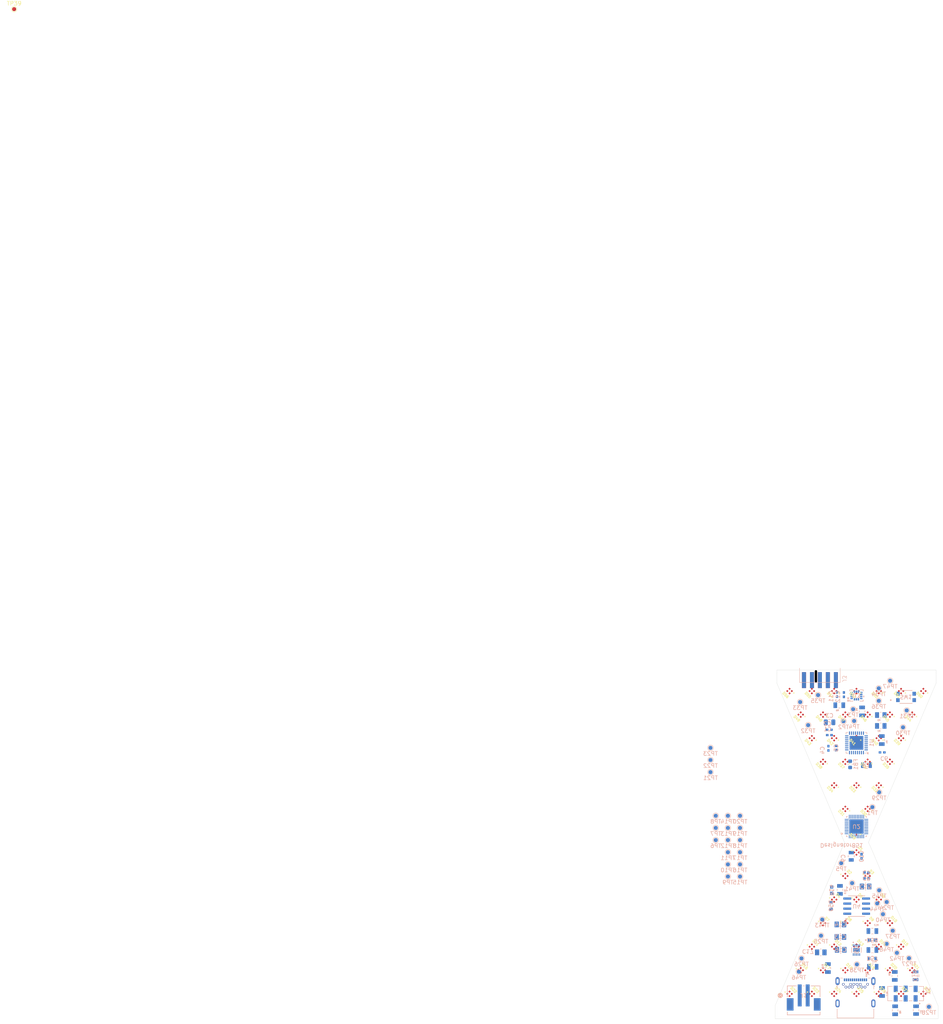
<source format=kicad_pcb>
(kicad_pcb (version 20241229) (generator "pcbnew") (generator_version "9.0")
  (title_block (title "Hourglass") (date "2025-04-09") (rev "01"))
  (layers (0 "F.Cu" signal) (2 "B.Cu" signal) (13 "F.Paste" user) (15 "B.Paste" user) (5 "F.SilkS" user "F.Silkscreen") (7 "B.SilkS" user "B.Silkscreen") (1 "F.Mask" user) (3 "B.Mask" user) (25 "Edge.Cuts" user))
  (net 0 "")
  (net 1 "GND")
  (net 2 "+3V3")
  (net 3 "VDDA")
  (net 4 "/MCU/NRST")
  (net 5 "Net-(U2-VCAP)")
  (net 6 "Net-(U4-*SHDN)")
  (net 7 "VCC")
  (net 8 "Net-(U5-BAT)")
  (net 9 "/LED Driver +  LEDs/CS0")
  (net 10 "/LED Driver +  LEDs/CS2")
  (net 11 "/LED Driver +  LEDs/SW0")
  (net 12 "/LED Driver +  LEDs/CS1")
  (net 13 "/LED Driver +  LEDs/CS5")
  (net 14 "/LED Driver +  LEDs/CS4")
  (net 15 "/LED Driver +  LEDs/CS3")
  (net 16 "/LED Driver +  LEDs/CS8")
  (net 17 "/LED Driver +  LEDs/CS7")
  (net 18 "/LED Driver +  LEDs/CS6")
  (net 19 "/LED Driver +  LEDs/CS11")
  (net 20 "/LED Driver +  LEDs/CS10")
  (net 21 "/LED Driver +  LEDs/CS9")
  (net 22 "/LED Driver +  LEDs/CS14")
  (net 23 "/LED Driver +  LEDs/CS12")
  (net 24 "/LED Driver +  LEDs/CS13")
  (net 25 "/LED Driver +  LEDs/CS15")
  (net 26 "/LED Driver +  LEDs/CS16")
  (net 27 "/LED Driver +  LEDs/CS17")
  (net 28 "/LED Driver +  LEDs/SW1")
  (net 29 "/LED Driver +  LEDs/SW2")
  (net 30 "/LED Driver +  LEDs/SW3")
  (net 31 "/LED Driver +  LEDs/SW4")
  (net 32 "/LED Driver +  LEDs/SW5")
  (net 33 "/LED Driver +  LEDs/SW6")
  (net 34 "/LED Driver +  LEDs/SW7")
  (net 35 "/LED Driver +  LEDs/SW8")
  (net 36 "/LED Driver +  LEDs/SW9")
  (net 37 "Net-(U5-STAT1)")
  (net 38 "Net-(D57-Pad2)")
  (net 39 "Net-(D58-Pad2)")
  (net 40 "Net-(U5-STAT2)")
  (net 41 "Net-(D59-Pad1)")
  (net 50 "Net-(J2-CC2)")
  (net 53 "Net-(J2-CC1)")
  (net 59 "/MCU/TX")
  (net 61 "/MCU/SWDIO")
  (net 63 "/MCU/RX")
  (net 64 "/MCU/SWCLK")
  (net 65 "/MCU/BOOT")
  (net 66 "/LED Driver +  LEDs/I2C.SDA")
  (net 67 "/LED Driver +  LEDs/I2C.SCL")
  (net 68 "Net-(U3-CS)")
  (net 69 "Net-(U3-SDO{slash}SA0)")
  (net 70 "Net-(R7-Pad2)")
  (net 71 "Net-(R8-Pad2)")
  (net 72 "Net-(R9-Pad2)")
  (net 73 "Net-(U4-PWRGD)")
  (net 74 "Net-(U5-TS{slash}MR)")
  (net 75 "/Power/ISET")
  (net 76 "/Power/ILIM{slash}VSET")
  (net 77 "/LED Driver +  LEDs/VSYNC")
  (net 78 "/LSM6DSOX 6-Axis IMU/LSM6DSOX_INT2")
  (net 79 "/LSM6DSOX 6-Axis IMU/LSM6DSOX_INT1")
  (net 85 "/LED Driver +  LEDs/VIO_EN")
  (net 100 "Net-(R10-Pad2)")
  (footprint "Hourglass_footprint_library:150044M155220" (layer "F.Cu") (at 214 167.915 135)
    (property "Reference" "D44")
    (property "Value" "150044M155220")
  )
  (footprint "Hourglass_footprint_library:150044M155220" (layer "F.Cu") (at 200 197.49 135)
    (property "Reference" "D29")
    (property "Value" "150044M155220")
  )
  (footprint "Hourglass_footprint_library:150044M155220" (layer "F.Cu") (at 202.8 208.425 -45)
    (property "Reference" "D3")
    (property "Value" "150044M155220")
  )
  (footprint "Hourglass_footprint_library:150044M155220" (layer "F.Cu") (at 200 162 135)
    (property "Reference" "D53")
    (property "Value" "150044M155220")
  )
  (footprint "Hourglass_footprint_library:150044M155220" (layer "F.Cu") (at 188.8 162 135)
    (property "Reference" "D55")
    (property "Value" "150044M155220")
  )
  (footprint "Hourglass_footprint_library:150044M155220" (layer "F.Cu") (at 205.6 185.66 135)
    (property "Reference" "D32")
    (property "Value" "150044M155220")
  )
  (footprint "Hourglass_footprint_library:150044M155220" (layer "F.Cu") (at 205.6 226.17 -45)
    (property "Reference" "D14")
    (property "Value" "150044M155220")
  )
  (footprint "Hourglass_footprint_library:150044M155220" (layer "F.Cu") (at 183.2 162 135)
    (property "Reference" "D56")
    (property "Value" "150044M155220")
  )
  (footprint "Hourglass_footprint_library:150044M155220" (layer "F.Cu") (at 211.2 173.83 135)
    (property "Reference" "D39")
    (property "Value" "150044M155220")
  )
  (footprint "Hourglass_footprint_library:150044M155220" (layer "F.Cu") (at 205.6 238 -45)
    (property "Reference" "D26")
    (property "Value" "150044M155220")
  )
  (footprint "Hourglass_footprint_library:150044M155220" (layer "F.Cu") (at 194.4 238 -45)
    (property "Reference" "D24")
    (property "Value" "150044M155220")
  )
  (footprint "Hourglass_footprint_library:150044M155220" (layer "F.Cu") (at 211.2 162 135)
    (property "Reference" "D51")
    (property "Value" "150044M155220")
  )
  (footprint "Hourglass_footprint_library:150044M155220" (layer "F.Cu") (at 194.4 173.83 135)
    (property "Reference" "D42")
    (property "Value" "150044M155220")
  )
  (footprint "Hourglass_footprint_library:150044M155220" (layer "F.Cu") (at 186 167.915 135)
    (property "Reference" "D49")
    (property "Value" "150044M155220")
  )
  (footprint "Hourglass_footprint_library:150044M155220" (layer "F.Cu") (at 191.6 179.745 135)
    (property "Reference" "D38")
    (property "Value" "150044M155220")
  )
  (footprint "Hourglass_footprint_library:150044M155220" (layer "F.Cu") (at 191.6 167.915 135)
    (property "Reference" "D48")
    (property "Value" "150044M155220")
  )
  (footprint "Hourglass_footprint_library:150044M155220" (layer "F.Cu") (at 202.8 191.575 135)
    (property "Reference" "D30")
    (property "Value" "150044M155220")
  )
  (footprint "Hourglass_footprint_library:150044M155220" (layer "F.Cu") (at 211.2 226.17 -45)
    (property "Reference" "D15")
    (property "Value" "150044M155220")
  )
  (footprint "Hourglass_footprint_library:150044M155220" (layer "F.Cu") (at 200 202.51 -45)
    (property "Reference" "D1")
    (property "Value" "150044M155220")
  )
  (footprint "Hourglass_footprint_library:150044M155220" (layer "F.Cu") (at 200 214.34 -45)
    (property "Reference" "D5")
    (property "Value" "150044M155220")
  )
  (footprint "Hourglass_footprint_library:150044M155220" (layer "F.Cu") (at 188.8 238 -45)
    (property "Reference" "D23")
    (property "Value" "150044M155220")
  )
  (footprint "Hourglass_footprint_library:150044M155220" (layer "F.Cu") (at 194.4 214.34 -45)
    (property "Reference" "D4")
    (property "Value" "150044M155220")
  )
  (footprint "Hourglass_footprint_library:150044M155220" (layer "F.Cu") (at 191.6 220.255 -45)
    (property "Reference" "D7")
    (property "Value" "150044M155220")
  )
  (footprint "Hourglass_footprint_library:150044M155220" (layer "F.Cu") (at 197.2 208.425 -45)
    (property "Reference" "D2")
    (property "Value" "150044M155220")
  )
  (footprint "Hourglass_footprint_library:150044M155220" (layer "F.Cu") (at 216.8 238 -45)
    (property "Reference" "D28")
    (property "Value" "150044M155220")
  )
  (footprint "Hourglass_footprint_library:150044M155220" (layer "F.Cu") (at 188.8 226.17 -45)
    (property "Reference" "D11")
    (property "Value" "150044M155220")
  )
  (footprint "Hourglass_footprint_library:150044M155220" (layer "F.Cu") (at 200 226.17 -45)
    (property "Reference" "D13")
    (property "Value" "150044M155220")
  )
  (footprint "Hourglass_footprint_library:150044M155220" (layer "F.Cu") (at 197.2 191.575 135)
    (property "Reference" "D31")
    (property "Value" "150044M155220")
  )
  (footprint "Hourglass_footprint_library:150044M155220" (layer "F.Cu") (at 202.8 167.915 135)
    (property "Reference" "D46")
    (property "Value" "150044M155220")
  )
  (footprint "Hourglass_footprint_library:150044M155220" (layer "F.Cu") (at 214 232.085 -45)
    (property "Reference" "D21")
    (property "Value" "150044M155220")
  )
  (footprint "Hourglass_footprint_library:150044M155220" (layer "F.Cu") (at 194.4 226.17 -45)
    (property "Reference" "D12")
    (property "Value" "150044M155220")
  )
  (footprint "Hourglass_footprint_library:150044M155220" (layer "F.Cu") (at 205.6 214.34 -45)
    (property "Reference" "D6")
    (property "Value" "150044M155220")
  )
  (footprint "Hourglass_footprint_library:150044M155220" (layer "F.Cu") (at 208.4 220.255 -45)
    (property "Reference" "D10")
    (property "Value" "150044M155220")
  )
  (footprint "Hourglass_footprint_library:150044M155220" (layer "F.Cu") (at 208.4 232.085 -45)
    (property "Reference" "D20")
    (property "Value" "150044M155220")
  )
  (footprint "Hourglass_footprint_library:150044M155220" (layer "F.Cu") (at 197.2 232.085 -45)
    (property "Reference" "D18")
    (property "Value" "150044M155220")
  )
  (footprint "Hourglass_footprint_library:150044M155220" (layer "F.Cu") (at 183.2 238 -45)
    (property "Reference" "D22")
    (property "Value" "150044M155220")
  )
  (footprint "Hourglass_footprint_library:150044M155220" (layer "F.Cu") (at 200 238 -45)
    (property "Reference" "D25")
    (property "Value" "150044M155220")
  )
  (footprint "Hourglass_footprint_library:150044M155220" (layer "F.Cu") (at 186 232.085 -45)
    (property "Reference" "D16")
    (property "Value" "150044M155220")
  )
  (footprint "Hourglass_footprint_library:150044M155220" (layer "F.Cu") (at 200 185.66 135)
    (property "Reference" "D33")
    (property "Value" "150044M155220")
  )
  (footprint "Hourglass_footprint_library:150044M155220" (layer "F.Cu") (at 205.6 173.83 135)
    (property "Reference" "D40")
    (property "Value" "150044M155220")
  )
  (footprint "Hourglass_footprint_library:150044M155220" (layer "F.Cu") (at 216.8 162 135)
    (property "Reference" "D50")
    (property "Value" "150044M155220")
  )
  (footprint "Hourglass_footprint_library:150044M155220" (layer "F.Cu") (at 208.4 167.915 135)
    (property "Reference" "D45")
    (property "Value" "150044M155220")
  )
  (footprint "Hourglass_footprint_library:150044M155220" (layer "F.Cu") (at 197.2 167.915 135)
    (property "Reference" "D47")
    (property "Value" "150044M155220")
  )
  (footprint "Hourglass_footprint_library:150044M155220" (layer "F.Cu") (at 188.8 173.83 135)
    (property "Reference" "D43")
    (property "Value" "150044M155220")
  )
  (footprint "Hourglass_footprint_library:150044M155220" (layer "F.Cu") (at 202.8 232.085 -45)
    (property "Reference" "D19")
    (property "Value" "150044M155220")
  )
  (footprint "Hourglass_footprint_library:150044M155220" (layer "F.Cu") (at 200 173.83 135)
    (property "Reference" "D41")
    (property "Value" "150044M155220")
  )
  (footprint "Hourglass_footprint_library:150044M155220" (layer "F.Cu") (at 194.4 185.66 135)
    (property "Reference" "D34")
    (property "Value" "150044M155220")
  )
  (footprint "Hourglass_footprint_library:150044M155220" (layer "F.Cu") (at 191.6 232.085 -45)
    (property "Reference" "D17")
    (property "Value" "150044M155220")
  )
  (footprint "Hourglass_footprint_library:150044M155220" (layer "F.Cu") (at 211.2 238 -45)
    (property "Reference" "D27")
    (property "Value" "150044M155220")
  )
  (footprint "Hourglass_footprint_library:150044M155220" (layer "F.Cu") (at 197.2 220.255 -45)
    (property "Reference" "D8")
    (property "Value" "150044M155220")
  )
  (footprint "Hourglass_footprint_library:150044M155220" (layer "F.Cu") (at 202.8 220.255 -45)
    (property "Reference" "D9")
    (property "Value" "150044M155220")
  )
  (footprint "Hourglass_footprint_library:150044M155220" (layer "F.Cu") (at 194.4 162 135)
    (property "Reference" "D54")
    (property "Value" "150044M155220")
  )
  (footprint "Hourglass_footprint_library:150044M155220" (layer "F.Cu") (at 202.8 179.745 135)
    (property "Reference" "D36")
    (property "Value" "150044M155220")
  )
  (footprint "TestPoint:TestPoint_Pad_D1.0mm" (layer "F.Cu") (at -11.52 -9.168532)
    (property "Reference" "TP39")
    (property "Value" "TestPoint")
  )
  (footprint "Hourglass_footprint_library:150044M155220" (layer "F.Cu") (at 197.2 179.745 135)
    (property "Reference" "D37")
    (property "Value" "150044M155220")
  )
  (footprint "Hourglass_footprint_library:150044M155220" (layer "F.Cu") (at 208.4 179.745 135)
    (property "Reference" "D35")
    (property "Value" "150044M155220")
  )
  (footprint "Hourglass_footprint_library:150044M155220" (layer "F.Cu") (at 205.6 162 135)
    (property "Reference" "D52")
    (property "Value" "150044M155220")
  )
  (footprint "Hourglass_footprint_library:CAP_GRM155Z_MUR" (layer "B.Cu") (at 202.5219 207.536468)
    (property "Reference" "C7")
    (property "Value" "GRM155Z71A105KE01D")
  )
  (footprint "TestPoint:TestPoint_Pad_D1.0mm" (layer "B.Cu") (at 205.205 215.306468)
    (property "Reference" "TP44")
    (property "Value" "TestPoint")
  )
  (footprint "TestPoint:TestPoint_Pad_D1.0mm" (layer "B.Cu") (at 210.155 227.712936)
    (property "Reference" "TP42")
    (property "Value" "TestPoint")
  )
  (footprint "Hourglass_footprint_library:RC0805FR-075K1L" (layer "B.Cu") (at 206.420232 237.5351 90)
    (property "Reference" "R17")
    (property "Value" "RC0805FR-075K1L")
  )
  (footprint "Hourglass_footprint_library:CAP_GRM155Z_MUR" (layer "B.Cu") (at 202.5219 209.016468)
    (property "Reference" "C8")
    (property "Value" "GRM155Z71A105KE01D")
  )
  (footprint "TestPoint:TestPoint_Pad_D1.0mm" (layer "B.Cu") (at 205.705 212.006468)
    (property "Reference" "TP45")
    (property "Value" "TestPoint")
  )
  (footprint "TestPoint:TestPoint_Pad_D1.0mm" (layer "B.Cu") (at 206.655 218.006468)
    (property "Reference" "TP40")
    (property "Value" "TestPoint")
  )
  (footprint "Package_DFN_QFN:QFN-32-1EP_5x5mm_P0.5mm_EP3.45x3.45mm" (layer "B.Cu") (at 200 175 90)
    (property "Reference" "U1")
    (property "Value" "STM32L432KCUx")
  )
  (footprint "Hourglass_footprint_library:CRGCQ0805F4K7" (layer "B.Cu") (at 206.105 170.746468)
    (property "Reference" "R2")
    (property "Value" "CRGCQ0805F4K7")
  )
  (footprint "Hourglass_footprint_library:LED_LTST-C193KGKT-5A_LTO" (layer "B.Cu") (at 193.628332 215.9059 -90)
    (property "Reference" "D59")
    (property "Value" "LTST-C193KGKT-5A")
  )
  (footprint "TestPoint:TestPoint_Pad_D1.0mm" (layer "B.Cu") (at 191.405 219.356468)
    (property "Reference" "TP43")
    (property "Value" "TestPoint")
  )
  (footprint "Hourglass_footprint_library:CAP_GRM155Z_MUR" (layer "B.Cu") (at 194.9019 176.266468 -90)
    (property "Reference" "C5")
    (property "Value" "GRM155Z71A105KE01D")
  )
  (footprint "TestPoint:TestPoint_Pad_D1.0mm" (layer "B.Cu") (at 164.665 193.306468)
    (property "Reference" "TP8")
    (property "Value" "TestPoint")
  )
  (footprint "Hourglass_footprint_library:YAG_CC0402_YAG" (layer "B.Cu") (at 193.167332 171.7065 180)
    (property "Reference" "C2")
    (property "Value" "CC0402KRX7R6BB104")
  )
  (footprint "TestPoint:TestPoint_Pad_D1.0mm" (layer "B.Cu") (at 208.455 159.406468)
    (property "Reference" "TP47")
    (property "Value" "TestPoint")
  )
  (footprint "Hourglass_footprint_library:RC0805FR-075K1L" (layer "B.Cu") (at 192.823532 231.535 -90)
    (property "Reference" "R16")
    (property "Value" "RC0805FR-075K1L")
  )
  (footprint "TestPoint:TestPoint_Pad_D1.0mm" (layer "B.Cu") (at 212.615 166.856468)
    (property "Reference" "TP31")
    (property "Value" "TestPoint")
  )
  (footprint "TestPoint:TestPoint_Pad_D1.0mm" (layer "B.Cu") (at 170.765 202.456468)
    (property "Reference" "TP17")
    (property "Value" "TestPoint")
  )
  (footprint "TestPoint:TestPoint_Pad_D1.0mm" (layer "B.Cu") (at 167.715 205.506468)
    (property "Reference" "TP10")
    (property "Value" "TestPoint")
  )
  (footprint "Hourglass_footprint_library:CAP_GRM21BZ_MUR" (layer "B.Cu") (at 195.9593 220.580832 180)
    (property "Reference" "C14")
    (property "Value" "GRM21BZ71E106KE15L")
  )
  (footprint "Hourglass_footprint_library:CAP_GRM21BZ_MUR" (layer "B.Cu") (at 202.2907 211.060968)
    (property "Reference" "C15")
    (property "Value" "GRM21BZ71E106KE15L")
  )
  (footprint "TestPoint:TestPoint_Pad_D1.0mm" (layer "B.Cu") (at 200.105 230.606468)
    (property "Reference" "TP38")
    (property "Value" "TestPoint")
  )
  (footprint "Hourglass_footprint_library:KMR221_CNK" (layer "B.Cu") (at 212.4538 163.471968)
    (property "Reference" "SW1")
    (property "Value" "KMR221NGLFS")
  )
  (footprint "TestPoint:TestPoint_Pad_D1.0mm" (layer "B.Cu") (at 211.695 171.106468)
    (property "Reference" "TP30")
    (property "Value" "TestPoint")
  )
  (footprint "Hourglass_footprint_library:RESC2012X55N" (layer "B.Cu") (at 214.965 242.096468 90)
    (property "Reference" "R7")
    (property "Value" "MCU08050C6000FP500")
  )
  (footprint "Hourglass_footprint_library:RMCF0805FT10K0" (layer "B.Cu") (at 201.416214 167.105 -90)
    (property "Reference" "R5")
    (property "Value" "RMCF0805FT10K0")
  )
  (footprint "TestPoint:TestPoint_Pad_D1.0mm" (layer "B.Cu") (at 187.865 170.556468)
    (property "Reference" "TP32")
    (property "Value" "TestPoint")
  )
  (footprint "Hourglass_footprint_library:CAP_GRM21BZ_MUR" (layer "B.Cu") (at 191.0407 227.594568)
    (property "Reference" "C17")
    (property "Value" "GRM21BZ71E106KE15L")
  )
  (footprint "Hourglass_footprint_library:CAP_GRM155Z_MUR" (layer "B.Cu") (at 201.2719 203.496468 -90)
    (property "Reference" "C10")
    (property "Value" "GRM155Z71A105KE01D")
  )
  (footprint "TestPoint:TestPoint_Pad_D1.0mm" (layer "B.Cu") (at 196.165 205.206468)
    (property "Reference" "TP5")
    (property "Value" "TestPoint")
  )
  (footprint "Hourglass_footprint_library:JS202011JCQN" (layer "B.Cu") (at 212.35 237.943532 90)
    (property "Reference" "S1")
    (property "Value" "JS202011JCQN")
  )
  (footprint "TestPoint:TestPoint_Pad_D1.0mm" (layer "B.Cu") (at 205.605 164.456468)
    (property "Reference" "TP36")
    (property "Value" "TestPoint")
  )
  (footprint "TestPoint:TestPoint_Pad_D1.0mm" (layer "B.Cu") (at 167.715 202.456468)
    (property "Reference" "TP11")
    (property "Value" "TestPoint")
  )
  (footprint "TestPoint:TestPoint_Pad_D1.0mm" (layer "B.Cu") (at 209.105 222.156468)
    (property "Reference" "TP37")
    (property "Value" "TestPoint")
  )
  (footprint "Hourglass_footprint_library:LTST-C193TBKT-5A" (layer "B.Cu") (at 204 224.5)
    (property "Reference" "D58")
    (property "Value" "LTST-C193TBKT-5A")
  )
  (footprint "TestPoint:TestPoint_Pad_D1.0mm" (layer "B.Cu") (at 185.53 232.456468)
    (property "Reference" "TP46")
    (property "Value" "TestPoint")
  )
  (footprint "TestPoint:TestPoint_Pad_D1.0mm" (layer "B.Cu") (at 199.415 169.506468)
    (property "Reference" "TP4")
    (property "Value" "TestPoint")
  )
  (footprint "TestPoint:TestPoint_Pad_D1.0mm" (layer "B.Cu") (at 164.665 199.406468)
    (property "Reference" "TP6")
    (property "Value" "TestPoint")
  )
  (footprint "TestPoint:TestPoint_Pad_D1.0mm" (layer "B.Cu") (at 203.995 191.136468)
    (property "Reference" "TP1")
    (property "Value" "TestPoint")
  )
  (footprint "Hourglass_footprint_library:CAP_CL21_SAM" (layer "B.Cu") (at 198.6858 203.466268 -90)
    (property "Reference" "C9")
    (property "Value" "SH05B102K251DC")
  )
  (footprint "TestPoint:TestPoint_Pad_D1.0mm" (layer "B.Cu") (at 167.715 196.356468)
    (property "Reference" "TP13")
    (property "Value" "TestPoint")
  )
  (footprint "TestPoint:TestPoint_Pad_D1.0mm" (layer "B.Cu") (at 163.345 179.306468)
    (property "Reference" "TP22")
    (property "Value" "TestPoint")
  )
  (footprint "TestPoint:TestPoint_Pad_D1.0mm" (layer "B.Cu") (at 170.765 208.556468)
    (property "Reference" "TP15")
    (property "Value" "TestPoint")
  )
  (footprint "Hourglass_footprint_library:CONN_B2B-PH-SM4-TBLFSN_JST" (layer "B.Cu") (at 186.7451 239.646068)
    (property "Reference" "J1")
    (property "Value" "B2B-PH-SM4-TBLFSN")
  )
  (footprint "TestPoint:TestPoint_Pad_D1.0mm" (layer "B.Cu") (at 167.715 199.406468)
    (property "Reference" "TP12")
    (property "Value" "TestPoint")
  )
  (footprint "Hourglass_footprint_library:009159010061911" (layer "B.Cu") (at 194.84 159.25 180)
    (property "Reference" "J3")
    (property "Value" "009159010061911")
  )
  (footprint "TestPoint:TestPoint_Pad_D1.0mm" (layer "B.Cu") (at 170.765 205.506468)
    (property "Reference" "TP16")
    (property "Value" "TestPoint")
  )
  (footprint "Hourglass_footprint_library:CAP_GRM21BZ_MUR" (layer "B.Cu") (at 196.0407 226.952768 180)
    (property "Reference" "C16")
    (property "Value" "GRM21BZ71E106KE15L")
  )
  (footprint "TestPoint:TestPoint_Pad_D1.0mm" (layer "B.Cu") (at 163.345 182.356468)
    (property "Reference" "TP21")
    (property "Value" "TestPoint")
  )
  (footprint "Hourglass_footprint_library:YAG_CC0402_YAG" (layer "B.Cu") (at 196.8465 162.902668 -90)
    (property "Reference" "C12")
    (property "Value" "CC0402KRX7R6BB104")
  )
  (footprint "Hourglass_footprint_library:LED_LTST-C193KGKT-5A_LTO" (layer "B.Cu") (at 204 229.094868)
    (property "Reference" "D57")
    (property "Value" "LTST-C193KRKT-5A")
  )
  (footprint "Hourglass_footprint_library:CAP_GRM21BZ_MUR" (layer "B.Cu") (at 195.9593 223.722632 180)
    (property "Reference" "C13")
    (property "Value" "GRM21BZ71E106KE15L")
  )
  (footprint "TestPoint:TestPoint_Pad_D1.0mm" (layer "B.Cu") (at 167.715 208.556468)
    (property "Reference" "TP9")
    (property "Value" "TestPoint")
  )
  (footprint "Hourglass_footprint_library:YAG_CC0402_YAG" (layer "B.Cu") (at 195.128132 162.8465 -90)
    (property "Reference" "C11")
    (property "Value" "CC0402KRX7R6BB104")
  )
  (footprint "Hourglass_footprint_library:CUI_UJ31-CH-G2-SMT-TR" (layer "B.Cu") (at 202.5 234.491468 180)
    (property "Reference" "J2")
    (property "Value" "UJ31-CH-G2-SMT-TR")
    (fp_line (start 6.325 -1.485) (end 6.625 -1.485) (stroke (width 0.01)) (layer "Edge.Cuts"))
    (fp_line (start 6.325 -2.135) (end 6.625 -2.135) (stroke (width 0.01)) (layer "Edge.Cuts"))
    (fp_arc (start 6.625 -2.135) (mid 6.95 -1.81) (end 6.625 -1.485) (stroke (width 0.01)) (layer "Edge.Cuts"))
    (fp_arc (start 6.325 -1.485) (mid 6 -1.81) (end 6.325 -2.135) (stroke (width 0.01)) (layer "Edge.Cuts"))
  )
  (footprint "Hourglass_footprint_library:YAG_CC0402_YAG" (layer "B.Cu") (at 206.4565 177.394268)
    (property "Reference" "C6")
    (property "Value" "CC0402KRX7R6BB104")
  )
  (footprint "TestPoint:TestPoint_Pad_D1.0mm" (layer "B.Cu") (at 207.575 225.456468)
    (property "Reference" "TP48")
    (property "Value" "TestPoint")
  )
  (footprint "TestPoint:TestPoint_Pad_D1.0mm" (layer "B.Cu") (at 170.765 193.306468)
    (property "Reference" "TP20")
    (property "Value" "TestPoint")
  )
  (footprint "Hourglass_footprint_library:CRCW080518K0FKEAHP" (layer "B.Cu") (at 202.505 180.606468)
    (property "Reference" "R1")
    (property "Value" "CRCW080518K0FKEAHP")
  )
  (footprint "TestPoint:TestPoint_Pad_D1.0mm" (layer "B.Cu") (at 205.605 161.306468)
    (property "Reference" "TP34")
    (property "Value" "TestPoint")
  )
  (footprint "TestPoint:TestPoint_Pad_D1.0mm" (layer "B.Cu") (at 213.195 229.056468)
    (property "Reference" "TP27")
    (property "Value" "TestPoint")
  )
  (footprint "TestPoint:TestPoint_Pad_D1.0mm" (layer "B.Cu") (at 196.745 169.586468)
    (property "Reference" "TP2")
    (property "Value" "TestPoint")
  )
  (footprint "TestPoint:TestPoint_Pad_D1.0mm" (layer "B.Cu") (at 205.695 187.406468)
    (property "Reference" "TP29")
    (property "Value" "TestPoint")
  )
  (footprint "Hourglass_footprint_library:RMCF0805FT10K0" (layer "B.Cu") (at 195.69 165.556468)
    (property "Reference" "R6")
    (property "Value" "RMCF0805FT10K0")
  )
  (footprint "TestPoint:TestPoint_Pad_D1.0mm" (layer "B.Cu") (at 167.715 193.306468)
    (property "Reference" "TP14")
    (property "Value" "TestPoint")
  )
  (footprint "Hourglass_footprint_library:GRM21BR71A475KE51L" (layer "B.Cu") (at 193.245 169.846468 180)
    (property "Reference" "C3")
    (property "Value" "GRM21BR71A475KE51L")
  )
  (footprint "TestPoint:TestPoint_Pad_D1.0mm" (layer "B.Cu") (at 164.665 196.356468)
    (property "Reference" "TP7")
    (property "Value" "TestPoint")
  )
  (footprint "Hourglass_footprint_library:RMCF0805FT10K0" (layer "B.Cu") (at 206.355 174.306468 90)
    (property "Reference" "R4")
    (property "Value" "RMCF0805FT10K0")
  )
  (footprint "TestPoint:TestPoint_Pad_D1.0mm" (layer "B.Cu") (at 190.355 163.006468)
    (property "Reference" "TP35")
    (property "Value" "TestPoint")
  )
  (footprint "Hourglass_footprint_library:MCP1727T-3302E_SN" (layer "B.Cu") (at 200.050168 215.987)
    (property "Reference" "U4")
    (property "Value" "MCP1727T-3302E/SN")
  )
  (footprint "Hourglass_footprint_library:YAG_CC0402_YAG" (layer "B.Cu") (at 193.2065 173.051868 180)
    (property "Reference" "C1")
    (property "Value" "CC0402KRX7R6BB104")
  )
  (footprint "TestPoint:TestPoint_Pad_D1.0mm" (layer "B.Cu") (at 199.165 166.556468)
    (property "Reference" "TP3")
    (property "Value" "TestPoint")
  )
  (footprint "TestPoint:TestPoint_Pad_D1.0mm" (layer "B.Cu") (at 186.195 229.106468)
    (property "Reference" "TP26")
    (property "Value" "TestPoint")
  )
  (footprint "Hourglass_footprint_library:LP5860" (layer "B.Cu") (at 200 196)
    (property "Reference" "U2")
    (property "Value" "LP5860")
  )
  (footprint "Hourglass_footprint_library:RC0805FR-07442RL" (layer "B.Cu") (at 204 222.25 180)
    (property "Reference" "R12")
    (property "Value" "RC0805FR-07442RL")
  )
  (footprint "TestPoint:TestPoint_Pad_D1.0mm" (layer "B.Cu") (at 198.905 210.206468)
    (property "Reference" "TP41")
    (property "Value" "TestPoint")
  )
  (footprint "Hourglass_footprint_library:CRGCQ0805F4K7" (layer "B.Cu") (at 206.105 168.026468)
    (property "Reference" "R3")
    (property "Value" "CRGCQ0805F4K7")
  )
  (footprint "Hourglass_footprint_library:RCS0805300RFKEA" (layer "B.Cu") (at 209.715 242.126468 90)
    (property "Reference" "R8")
    (property "Value" "RCS0805300RFKEA")
  )
  (footprint "TestPoint:TestPoint_Pad_D1.0mm" (layer "B.Cu") (at 207.595 214.956468)
    (property "Reference" "TP24")
    (property "Value" "TestPoint")
  )
  (footprint "TestPoint:TestPoint_Pad_D1.0mm" (layer "B.Cu") (at 163.345 176.256468)
    (property "Reference" "TP23")
    (property "Value" "TestPoint")
  )
  (footprint "TestPoint:TestPoint_Pad_D1.0mm" (layer "B.Cu") (at 185.865 164.756468)
    (property "Reference" "TP33")
    (property "Value" "TestPoint")
  )
  (footprint "Hourglass_footprint_library:LSM6DSOX" (layer "B.Cu") (at 200 163.105868)
    (property "Reference" "U3")
    (property "Value" "LSM6DSOXTR")
  )
  (footprint "Hourglass_footprint_library:FB_0603_1608Metric" (layer "B.Cu") (at 198.415 180.396468 90)
    (property "Reference" "FB1")
    (property "Value" "FCM 1608KF-601T03")
  )
  (footprint "Hourglass_footprint_library:RESC2012X55N" (layer "B.Cu") (at 204.093532 231.215 180)
    (property "Reference" "R11")
    (property "Value" "MCU08050C6000FP500")
  )
  (footprint "Hourglass_footprint_library:BQ25185" (layer "B.Cu") (at 200 227 -90)
    (property "Reference" "U5")
    (property "Value" "BQ25185DLHR")
  )
  (footprint "Hourglass_footprint_library:RCS080513K0FKEA" (layer "B.Cu") (at 209.620232 233.5051 -90)
    (property "Reference" "R9")
    (property "Value" "RCS080513K0FKEA")
  )
  (footprint "TestPoint:TestPoint_Pad_D1.0mm" (layer "B.Cu") (at 218.195 241.256468)
    (property "Reference" "TP28")
    (property "Value" "TestPoint")
  )
  (footprint "Hourglass_footprint_library:RMCF0805FT10K0" (layer "B.Cu") (at 204 227 180)
    (property "Reference" "R15")
    (property "Value" "RMCF0805FT10K0")
  )
  (footprint "TestPoint:TestPoint_Pad_D1.0mm" (layer "B.Cu") (at 170.765 199.406468)
    (property "Reference" "TP18")
    (property "Value" "TestPoint")
  )
  (footprint "Hourglass_footprint_library:RC0603N_YAG" (layer "B.Cu") (at 193.783532 211.965 90)
    (property "Reference" "R14")
    (property "Value" "RC0603JR-07300RL")
  )
  (footprint "Hourglass_footprint_library:CRCW080518K0FKEAHP" (layer "B.Cu") (at 214.836468 233.463532 -90)
    (property "Reference" "R10")
    (property "Value" "CRCW080518K0FKEAHP")
  )
  (footprint "Hourglass_footprint_library:RMCF0805FT10K0" (layer "B.Cu") (at 195.851532 211.9059 90)
    (property "Reference" "R13")
    (property "Value" "RMCF0805FT10K0")
  )
  (footprint "Hourglass_footprint_library:YAG_CC0402_YAG" (layer "B.Cu") (at 192.9565 176.363468 -90)
    (property "Reference" "C4")
    (property "Value" "CC0402KRX7R6BB104")
  )
  (footprint "TestPoint:TestPoint_Pad_D1.0mm" (layer "B.Cu") (at 170.765 196.356468)
    (property "Reference" "TP19")
    (property "Value" "TestPoint")
  )
  (footprint "TestPoint:TestPoint_Pad_D1.0mm" (layer "B.Cu") (at 191.095 223.406468)
    (property "Reference" "TP25")
    (property "Value" "TestPoint")
  )
  (gr_line (start 200 156.75) (end 220 156.75) (stroke (width 0.05)) (layer "Edge.Cuts"))
  (gr_line (start 220 160) (end 203 200) (stroke (width 0.05)) (layer "Edge.Cuts"))
  (gr_line (start 200 156.75) (end 180 156.75) (stroke (width 0.05)) (layer "Edge.Cuts"))
  (gr_line (start 220.5 241) (end 220.5 243.5) (stroke (width 0.05)) (layer "Edge.Cuts"))
  (gr_line (start 180 160) (end 180 157.5) (stroke (width 0.05)) (layer "Edge.Cuts"))
  (gr_line (start 180 240) (end 179.575 241) (stroke (width 0.05)) (layer "Edge.Cuts"))
  (gr_line (start 220.5 243.5) (end 220.5 244.25) (stroke (width 0.05)) (layer "Edge.Cuts"))
  (gr_line (start 180 160) (end 197 200) (stroke (width 0.05)) (layer "Edge.Cuts"))
  (gr_line (start 200 244.25) (end 179.575 244.25) (stroke (width 0.05)) (layer "Edge.Cuts"))
  (gr_line (start 180 157.5) (end 180 156.75) (stroke (width 0.05)) (layer "Edge.Cuts"))
  (gr_line (start 220.5 241) (end 203.5 201) (stroke (width 0.05)) (layer "Edge.Cuts"))
  (gr_line (start 180 240) (end 197 200) (stroke (width 0.05)) (layer "Edge.Cuts"))
  (gr_line (start 203.5 201) (end 203 200) (stroke (width 0.05)) (layer "Edge.Cuts"))
  (gr_line (start 179.575 243.5) (end 179.575 241) (stroke (width 0.05)) (layer "Edge.Cuts"))
  (gr_line (start 220 160) (end 220 157.5) (stroke (width 0.05)) (layer "Edge.Cuts"))
  (gr_line (start 200 244.25) (end 220.5 244.25) (stroke (width 0.05)) (layer "Edge.Cuts"))
  (gr_line (start 179.575 243.5) (end 179.575 244.25) (stroke (width 0.05)) (layer "Edge.Cuts"))
  (gr_line (start 220 156.75) (end 220 157.5) (stroke (width 0.05)) (layer "Edge.Cuts"))
)
</source>
